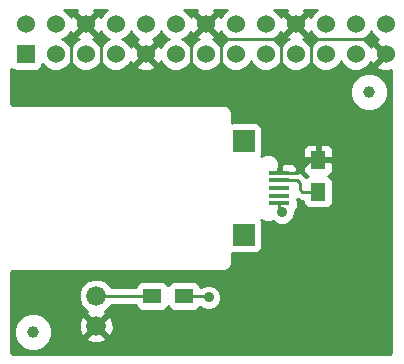
<source format=gbr>
G04 #@! TF.FileFunction,Copper,L2,Bot,Signal*
%FSLAX46Y46*%
G04 Gerber Fmt 4.6, Leading zero omitted, Abs format (unit mm)*
G04 Created by KiCad (PCBNEW 4.0.1-stable) date 7/11/2016 2:58:10 PM*
%MOMM*%
G01*
G04 APERTURE LIST*
%ADD10C,0.150000*%
%ADD11C,1.000000*%
%ADD12R,1.524000X1.524000*%
%ADD13C,1.524000*%
%ADD14C,1.676400*%
%ADD15R,1.300000X1.500000*%
%ADD16R,1.500000X1.300000*%
%ADD17R,1.800000X0.400000*%
%ADD18R,1.900000X1.900000*%
%ADD19C,0.889000*%
%ADD20C,0.254000*%
G04 APERTURE END LIST*
D10*
D11*
X30988000Y-7620000D03*
X2540000Y-27940000D03*
D12*
X1905000Y-4445000D03*
D13*
X1905000Y-1905000D03*
X4445000Y-4445000D03*
X4445000Y-1905000D03*
X6985000Y-4445000D03*
X6985000Y-1905000D03*
X9525000Y-4445000D03*
X9525000Y-1905000D03*
X12065000Y-4445000D03*
X12065000Y-1905000D03*
X14605000Y-4445000D03*
X14605000Y-1905000D03*
X17145000Y-4445000D03*
X17145000Y-1905000D03*
X19685000Y-4445000D03*
X19685000Y-1905000D03*
X22225000Y-4445000D03*
X22225000Y-1905000D03*
X24765000Y-4445000D03*
X24765000Y-1905000D03*
X27305000Y-4445000D03*
X27305000Y-1905000D03*
X29845000Y-4445000D03*
X29845000Y-1905000D03*
X32385000Y-4445000D03*
X32385000Y-1905000D03*
D14*
X7874000Y-24892000D03*
X7874000Y-27432000D03*
D15*
X26670000Y-16082000D03*
X26670000Y-13382000D03*
D16*
X15320000Y-24892000D03*
X12620000Y-24892000D03*
D17*
X23387000Y-17048000D03*
X23387000Y-16398000D03*
X23387000Y-15748000D03*
X23387000Y-15098000D03*
X23387000Y-14448000D03*
D18*
X20362000Y-19698000D03*
X20362000Y-11798000D03*
D19*
X23622000Y-17780000D03*
X17399000Y-25019000D03*
D20*
X23387000Y-17048000D02*
X23387000Y-17545000D01*
X23387000Y-17545000D02*
X23622000Y-17780000D01*
X23387000Y-17048000D02*
X23398000Y-17048000D01*
X23387000Y-14448000D02*
X24922000Y-14448000D01*
X25988000Y-13382000D02*
X26670000Y-13382000D01*
X24922000Y-14448000D02*
X25988000Y-13382000D01*
X23495000Y-3175000D02*
X18415000Y-3175000D01*
X31242000Y-3175000D02*
X26035000Y-3175000D01*
X8255000Y-5207000D02*
X8255000Y-3175000D01*
X8255000Y-3175000D02*
X6985000Y-1905000D01*
X26035000Y-5334000D02*
X26035000Y-3175000D01*
X26035000Y-3175000D02*
X24765000Y-1905000D01*
X18415000Y-5334000D02*
X18415000Y-3175000D01*
X18415000Y-3175000D02*
X17145000Y-1905000D01*
X5715000Y-5080000D02*
X5715000Y-3175000D01*
X5715000Y-3175000D02*
X6985000Y-1905000D01*
X23495000Y-5461000D02*
X23495000Y-3175000D01*
X23495000Y-3175000D02*
X24765000Y-1905000D01*
X15875000Y-5207000D02*
X15875000Y-3175000D01*
X15875000Y-3175000D02*
X17145000Y-1905000D01*
X7874000Y-24892000D02*
X12620000Y-24892000D01*
X23387000Y-15098000D02*
X24877000Y-15098000D01*
X25353000Y-16082000D02*
X26670000Y-16082000D01*
X25146000Y-15875000D02*
X25353000Y-16082000D01*
X25146000Y-15367000D02*
X25146000Y-15875000D01*
X24877000Y-15098000D02*
X25146000Y-15367000D01*
X17272000Y-24892000D02*
X15320000Y-24892000D01*
X17399000Y-25019000D02*
X17272000Y-24892000D01*
G36*
X31199990Y-2695303D02*
X31592630Y-3088629D01*
X31784727Y-3168395D01*
X31653857Y-3222603D01*
X31584392Y-3464787D01*
X32385000Y-4265395D01*
X32399143Y-4251253D01*
X32578748Y-4430858D01*
X32564605Y-4445000D01*
X32578748Y-4459143D01*
X32399143Y-4638748D01*
X32385000Y-4624605D01*
X31584392Y-5425213D01*
X31653857Y-5667397D01*
X32177302Y-5854144D01*
X32732368Y-5826362D01*
X32843000Y-5780537D01*
X32843000Y-29650533D01*
X32824740Y-29742332D01*
X32810958Y-29762957D01*
X32790331Y-29776740D01*
X32698533Y-29795000D01*
X829467Y-29795000D01*
X737668Y-29776740D01*
X717043Y-29762958D01*
X703260Y-29742331D01*
X685000Y-29650533D01*
X685000Y-28262211D01*
X912718Y-28262211D01*
X1159892Y-28860418D01*
X1617175Y-29318499D01*
X2214950Y-29566717D01*
X2862211Y-29567282D01*
X3460418Y-29320108D01*
X3918499Y-28862825D01*
X4082688Y-28467413D01*
X7018192Y-28467413D01*
X7097017Y-28717490D01*
X7648097Y-28916977D01*
X8233569Y-28890389D01*
X8650983Y-28717490D01*
X8729808Y-28467413D01*
X7874000Y-27611605D01*
X7018192Y-28467413D01*
X4082688Y-28467413D01*
X4166717Y-28265050D01*
X4167282Y-27617789D01*
X3997175Y-27206097D01*
X6389023Y-27206097D01*
X6415611Y-27791569D01*
X6588510Y-28208983D01*
X6838587Y-28287808D01*
X7694395Y-27432000D01*
X8053605Y-27432000D01*
X8909413Y-28287808D01*
X9159490Y-28208983D01*
X9358977Y-27657903D01*
X9332389Y-27072431D01*
X9159490Y-26655017D01*
X8909413Y-26576192D01*
X8053605Y-27432000D01*
X7694395Y-27432000D01*
X6838587Y-26576192D01*
X6588510Y-26655017D01*
X6389023Y-27206097D01*
X3997175Y-27206097D01*
X3920108Y-27019582D01*
X3462825Y-26561501D01*
X2865050Y-26313283D01*
X2217789Y-26312718D01*
X1619582Y-26559892D01*
X1161501Y-27017175D01*
X913283Y-27614950D01*
X912718Y-28262211D01*
X685000Y-28262211D01*
X685000Y-25183752D01*
X6400545Y-25183752D01*
X6624353Y-25725411D01*
X7038409Y-26140190D01*
X7091995Y-26162441D01*
X7018192Y-26396587D01*
X7874000Y-27252395D01*
X8729808Y-26396587D01*
X8656129Y-26162836D01*
X8707411Y-26141647D01*
X9122190Y-25727591D01*
X9152748Y-25654000D01*
X11243634Y-25654000D01*
X11266838Y-25777317D01*
X11405910Y-25993441D01*
X11618110Y-26138431D01*
X11870000Y-26189440D01*
X13370000Y-26189440D01*
X13605317Y-26145162D01*
X13821441Y-26006090D01*
X13966431Y-25793890D01*
X13969081Y-25780803D01*
X14105910Y-25993441D01*
X14318110Y-26138431D01*
X14570000Y-26189440D01*
X16070000Y-26189440D01*
X16305317Y-26145162D01*
X16521441Y-26006090D01*
X16658627Y-25805311D01*
X16786714Y-25933622D01*
X17183332Y-26098313D01*
X17612784Y-26098687D01*
X18009689Y-25934689D01*
X18313622Y-25631286D01*
X18478313Y-25234668D01*
X18478687Y-24805216D01*
X18314689Y-24408311D01*
X18011286Y-24104378D01*
X17614668Y-23939687D01*
X17185216Y-23939313D01*
X16788311Y-24103311D01*
X16761575Y-24130000D01*
X16696366Y-24130000D01*
X16673162Y-24006683D01*
X16534090Y-23790559D01*
X16321890Y-23645569D01*
X16070000Y-23594560D01*
X14570000Y-23594560D01*
X14334683Y-23638838D01*
X14118559Y-23777910D01*
X13973569Y-23990110D01*
X13970919Y-24003197D01*
X13834090Y-23790559D01*
X13621890Y-23645569D01*
X13370000Y-23594560D01*
X11870000Y-23594560D01*
X11634683Y-23638838D01*
X11418559Y-23777910D01*
X11273569Y-23990110D01*
X11245241Y-24130000D01*
X9153153Y-24130000D01*
X9123647Y-24058589D01*
X8709591Y-23643810D01*
X8168323Y-23419056D01*
X7582248Y-23418545D01*
X7040589Y-23642353D01*
X6625810Y-24056409D01*
X6401056Y-24597677D01*
X6400545Y-25183752D01*
X685000Y-25183752D01*
X685000Y-22927467D01*
X703260Y-22835669D01*
X717043Y-22815042D01*
X737668Y-22801260D01*
X829467Y-22783000D01*
X18669000Y-22783000D01*
X18931138Y-22730857D01*
X19153368Y-22582368D01*
X19301857Y-22360138D01*
X19354000Y-22098000D01*
X19354000Y-21283695D01*
X19412000Y-21295440D01*
X21312000Y-21295440D01*
X21547317Y-21251162D01*
X21763441Y-21112090D01*
X21908431Y-20899890D01*
X21959440Y-20648000D01*
X21959440Y-18748000D01*
X21915162Y-18512683D01*
X21870952Y-18443979D01*
X21945853Y-18519011D01*
X22280196Y-18657842D01*
X22642216Y-18658158D01*
X22876626Y-18561301D01*
X23009714Y-18694622D01*
X23406332Y-18859313D01*
X23835784Y-18859687D01*
X24232689Y-18695689D01*
X24536622Y-18392286D01*
X24701313Y-17995668D01*
X24701539Y-17735836D01*
X24738441Y-17712090D01*
X24883431Y-17499890D01*
X24934440Y-17248000D01*
X24934440Y-16848000D01*
X24910056Y-16718411D01*
X24916038Y-16688872D01*
X24933721Y-16700687D01*
X25061395Y-16785996D01*
X25353000Y-16844000D01*
X25374818Y-16844000D01*
X25416838Y-17067317D01*
X25555910Y-17283441D01*
X25768110Y-17428431D01*
X26020000Y-17479440D01*
X27320000Y-17479440D01*
X27555317Y-17435162D01*
X27771441Y-17296090D01*
X27916431Y-17083890D01*
X27967440Y-16832000D01*
X27967440Y-15332000D01*
X27923162Y-15096683D01*
X27784090Y-14880559D01*
X27571890Y-14735569D01*
X27538510Y-14728809D01*
X27679699Y-14670327D01*
X27858327Y-14491698D01*
X27955000Y-14258309D01*
X27955000Y-13667750D01*
X27796250Y-13509000D01*
X26797000Y-13509000D01*
X26797000Y-13529000D01*
X26543000Y-13529000D01*
X26543000Y-13509000D01*
X25543750Y-13509000D01*
X25385000Y-13667750D01*
X25385000Y-14258309D01*
X25481673Y-14491698D01*
X25660301Y-14670327D01*
X25796287Y-14726654D01*
X25784683Y-14728838D01*
X25663468Y-14806837D01*
X25415815Y-14559185D01*
X25168605Y-14394004D01*
X24922000Y-14344951D01*
X24922000Y-14320998D01*
X24790252Y-14320998D01*
X24922000Y-14189250D01*
X24922000Y-14121691D01*
X24825327Y-13888302D01*
X24646699Y-13709673D01*
X24413310Y-13613000D01*
X23672750Y-13613000D01*
X23514000Y-13771750D01*
X23514000Y-14250560D01*
X23260000Y-14250560D01*
X23260000Y-14199150D01*
X23371842Y-13929804D01*
X23372158Y-13567784D01*
X23233910Y-13233200D01*
X22978147Y-12976989D01*
X22643804Y-12838158D01*
X22281784Y-12837842D01*
X21947200Y-12976090D01*
X21876406Y-13046760D01*
X21908431Y-12999890D01*
X21959440Y-12748000D01*
X21959440Y-12505691D01*
X25385000Y-12505691D01*
X25385000Y-13096250D01*
X25543750Y-13255000D01*
X26543000Y-13255000D01*
X26543000Y-12155750D01*
X26797000Y-12155750D01*
X26797000Y-13255000D01*
X27796250Y-13255000D01*
X27955000Y-13096250D01*
X27955000Y-12505691D01*
X27858327Y-12272302D01*
X27679699Y-12093673D01*
X27446310Y-11997000D01*
X26955750Y-11997000D01*
X26797000Y-12155750D01*
X26543000Y-12155750D01*
X26384250Y-11997000D01*
X25893690Y-11997000D01*
X25660301Y-12093673D01*
X25481673Y-12272302D01*
X25385000Y-12505691D01*
X21959440Y-12505691D01*
X21959440Y-10848000D01*
X21915162Y-10612683D01*
X21776090Y-10396559D01*
X21563890Y-10251569D01*
X21312000Y-10200560D01*
X19412000Y-10200560D01*
X19354000Y-10211473D01*
X19354000Y-9398000D01*
X19301857Y-9135862D01*
X19153368Y-8913632D01*
X18931138Y-8765143D01*
X18669000Y-8713000D01*
X829467Y-8713000D01*
X737668Y-8694740D01*
X717043Y-8680958D01*
X703260Y-8660331D01*
X685000Y-8568533D01*
X685000Y-7942211D01*
X29360718Y-7942211D01*
X29607892Y-8540418D01*
X30065175Y-8998499D01*
X30662950Y-9246717D01*
X31310211Y-9247282D01*
X31908418Y-9000108D01*
X32366499Y-8542825D01*
X32614717Y-7945050D01*
X32615282Y-7297789D01*
X32368108Y-6699582D01*
X31910825Y-6241501D01*
X31313050Y-5993283D01*
X30665789Y-5992718D01*
X30067582Y-6239892D01*
X29609501Y-6697175D01*
X29361283Y-7294950D01*
X29360718Y-7942211D01*
X685000Y-7942211D01*
X685000Y-5662602D01*
X891110Y-5803431D01*
X1143000Y-5854440D01*
X2667000Y-5854440D01*
X2902317Y-5810162D01*
X3118441Y-5671090D01*
X3263431Y-5458890D01*
X3300492Y-5275876D01*
X3652630Y-5628629D01*
X4165900Y-5841757D01*
X4721661Y-5842242D01*
X5235303Y-5630010D01*
X5628629Y-5237370D01*
X5714949Y-5029488D01*
X5799990Y-5235303D01*
X6192630Y-5628629D01*
X6705900Y-5841757D01*
X7261661Y-5842242D01*
X7775303Y-5630010D01*
X8168629Y-5237370D01*
X8254949Y-5029488D01*
X8339990Y-5235303D01*
X8732630Y-5628629D01*
X9245900Y-5841757D01*
X9801661Y-5842242D01*
X10315303Y-5630010D01*
X10520457Y-5425213D01*
X11264392Y-5425213D01*
X11333857Y-5667397D01*
X11857302Y-5854144D01*
X12412368Y-5826362D01*
X12796143Y-5667397D01*
X12865608Y-5425213D01*
X12065000Y-4624605D01*
X11264392Y-5425213D01*
X10520457Y-5425213D01*
X10708629Y-5237370D01*
X10788395Y-5045273D01*
X10842603Y-5176143D01*
X11084787Y-5245608D01*
X11885395Y-4445000D01*
X11084787Y-3644392D01*
X10842603Y-3713857D01*
X10792491Y-3854318D01*
X10710010Y-3654697D01*
X10317370Y-3261371D01*
X10109488Y-3175051D01*
X10315303Y-3090010D01*
X10708629Y-2697370D01*
X10794949Y-2489488D01*
X10879990Y-2695303D01*
X11272630Y-3088629D01*
X11464727Y-3168395D01*
X11333857Y-3222603D01*
X11264392Y-3464787D01*
X12065000Y-4265395D01*
X12865608Y-3464787D01*
X12796143Y-3222603D01*
X12655682Y-3172491D01*
X12855303Y-3090010D01*
X13248629Y-2697370D01*
X13334949Y-2489488D01*
X13419990Y-2695303D01*
X13812630Y-3088629D01*
X14020512Y-3174949D01*
X13814697Y-3259990D01*
X13421371Y-3652630D01*
X13341605Y-3844727D01*
X13287397Y-3713857D01*
X13045213Y-3644392D01*
X12244605Y-4445000D01*
X13045213Y-5245608D01*
X13287397Y-5176143D01*
X13337509Y-5035682D01*
X13419990Y-5235303D01*
X13812630Y-5628629D01*
X14325900Y-5841757D01*
X14881661Y-5842242D01*
X15395303Y-5630010D01*
X15788629Y-5237370D01*
X15874949Y-5029488D01*
X15959990Y-5235303D01*
X16352630Y-5628629D01*
X16865900Y-5841757D01*
X17421661Y-5842242D01*
X17935303Y-5630010D01*
X18328629Y-5237370D01*
X18414949Y-5029488D01*
X18499990Y-5235303D01*
X18892630Y-5628629D01*
X19405900Y-5841757D01*
X19961661Y-5842242D01*
X20475303Y-5630010D01*
X20868629Y-5237370D01*
X20954949Y-5029488D01*
X21039990Y-5235303D01*
X21432630Y-5628629D01*
X21945900Y-5841757D01*
X22501661Y-5842242D01*
X23015303Y-5630010D01*
X23408629Y-5237370D01*
X23494949Y-5029488D01*
X23579990Y-5235303D01*
X23972630Y-5628629D01*
X24485900Y-5841757D01*
X25041661Y-5842242D01*
X25555303Y-5630010D01*
X25948629Y-5237370D01*
X26034949Y-5029488D01*
X26119990Y-5235303D01*
X26512630Y-5628629D01*
X27025900Y-5841757D01*
X27581661Y-5842242D01*
X28095303Y-5630010D01*
X28488629Y-5237370D01*
X28574949Y-5029488D01*
X28659990Y-5235303D01*
X29052630Y-5628629D01*
X29565900Y-5841757D01*
X30121661Y-5842242D01*
X30635303Y-5630010D01*
X31028629Y-5237370D01*
X31108395Y-5045273D01*
X31162603Y-5176143D01*
X31404787Y-5245608D01*
X32205395Y-4445000D01*
X31404787Y-3644392D01*
X31162603Y-3713857D01*
X31112491Y-3854318D01*
X31030010Y-3654697D01*
X30637370Y-3261371D01*
X30429488Y-3175051D01*
X30635303Y-3090010D01*
X31028629Y-2697370D01*
X31114949Y-2489488D01*
X31199990Y-2695303D01*
X31199990Y-2695303D01*
G37*
X31199990Y-2695303D02*
X31592630Y-3088629D01*
X31784727Y-3168395D01*
X31653857Y-3222603D01*
X31584392Y-3464787D01*
X32385000Y-4265395D01*
X32399143Y-4251253D01*
X32578748Y-4430858D01*
X32564605Y-4445000D01*
X32578748Y-4459143D01*
X32399143Y-4638748D01*
X32385000Y-4624605D01*
X31584392Y-5425213D01*
X31653857Y-5667397D01*
X32177302Y-5854144D01*
X32732368Y-5826362D01*
X32843000Y-5780537D01*
X32843000Y-29650533D01*
X32824740Y-29742332D01*
X32810958Y-29762957D01*
X32790331Y-29776740D01*
X32698533Y-29795000D01*
X829467Y-29795000D01*
X737668Y-29776740D01*
X717043Y-29762958D01*
X703260Y-29742331D01*
X685000Y-29650533D01*
X685000Y-28262211D01*
X912718Y-28262211D01*
X1159892Y-28860418D01*
X1617175Y-29318499D01*
X2214950Y-29566717D01*
X2862211Y-29567282D01*
X3460418Y-29320108D01*
X3918499Y-28862825D01*
X4082688Y-28467413D01*
X7018192Y-28467413D01*
X7097017Y-28717490D01*
X7648097Y-28916977D01*
X8233569Y-28890389D01*
X8650983Y-28717490D01*
X8729808Y-28467413D01*
X7874000Y-27611605D01*
X7018192Y-28467413D01*
X4082688Y-28467413D01*
X4166717Y-28265050D01*
X4167282Y-27617789D01*
X3997175Y-27206097D01*
X6389023Y-27206097D01*
X6415611Y-27791569D01*
X6588510Y-28208983D01*
X6838587Y-28287808D01*
X7694395Y-27432000D01*
X8053605Y-27432000D01*
X8909413Y-28287808D01*
X9159490Y-28208983D01*
X9358977Y-27657903D01*
X9332389Y-27072431D01*
X9159490Y-26655017D01*
X8909413Y-26576192D01*
X8053605Y-27432000D01*
X7694395Y-27432000D01*
X6838587Y-26576192D01*
X6588510Y-26655017D01*
X6389023Y-27206097D01*
X3997175Y-27206097D01*
X3920108Y-27019582D01*
X3462825Y-26561501D01*
X2865050Y-26313283D01*
X2217789Y-26312718D01*
X1619582Y-26559892D01*
X1161501Y-27017175D01*
X913283Y-27614950D01*
X912718Y-28262211D01*
X685000Y-28262211D01*
X685000Y-25183752D01*
X6400545Y-25183752D01*
X6624353Y-25725411D01*
X7038409Y-26140190D01*
X7091995Y-26162441D01*
X7018192Y-26396587D01*
X7874000Y-27252395D01*
X8729808Y-26396587D01*
X8656129Y-26162836D01*
X8707411Y-26141647D01*
X9122190Y-25727591D01*
X9152748Y-25654000D01*
X11243634Y-25654000D01*
X11266838Y-25777317D01*
X11405910Y-25993441D01*
X11618110Y-26138431D01*
X11870000Y-26189440D01*
X13370000Y-26189440D01*
X13605317Y-26145162D01*
X13821441Y-26006090D01*
X13966431Y-25793890D01*
X13969081Y-25780803D01*
X14105910Y-25993441D01*
X14318110Y-26138431D01*
X14570000Y-26189440D01*
X16070000Y-26189440D01*
X16305317Y-26145162D01*
X16521441Y-26006090D01*
X16658627Y-25805311D01*
X16786714Y-25933622D01*
X17183332Y-26098313D01*
X17612784Y-26098687D01*
X18009689Y-25934689D01*
X18313622Y-25631286D01*
X18478313Y-25234668D01*
X18478687Y-24805216D01*
X18314689Y-24408311D01*
X18011286Y-24104378D01*
X17614668Y-23939687D01*
X17185216Y-23939313D01*
X16788311Y-24103311D01*
X16761575Y-24130000D01*
X16696366Y-24130000D01*
X16673162Y-24006683D01*
X16534090Y-23790559D01*
X16321890Y-23645569D01*
X16070000Y-23594560D01*
X14570000Y-23594560D01*
X14334683Y-23638838D01*
X14118559Y-23777910D01*
X13973569Y-23990110D01*
X13970919Y-24003197D01*
X13834090Y-23790559D01*
X13621890Y-23645569D01*
X13370000Y-23594560D01*
X11870000Y-23594560D01*
X11634683Y-23638838D01*
X11418559Y-23777910D01*
X11273569Y-23990110D01*
X11245241Y-24130000D01*
X9153153Y-24130000D01*
X9123647Y-24058589D01*
X8709591Y-23643810D01*
X8168323Y-23419056D01*
X7582248Y-23418545D01*
X7040589Y-23642353D01*
X6625810Y-24056409D01*
X6401056Y-24597677D01*
X6400545Y-25183752D01*
X685000Y-25183752D01*
X685000Y-22927467D01*
X703260Y-22835669D01*
X717043Y-22815042D01*
X737668Y-22801260D01*
X829467Y-22783000D01*
X18669000Y-22783000D01*
X18931138Y-22730857D01*
X19153368Y-22582368D01*
X19301857Y-22360138D01*
X19354000Y-22098000D01*
X19354000Y-21283695D01*
X19412000Y-21295440D01*
X21312000Y-21295440D01*
X21547317Y-21251162D01*
X21763441Y-21112090D01*
X21908431Y-20899890D01*
X21959440Y-20648000D01*
X21959440Y-18748000D01*
X21915162Y-18512683D01*
X21870952Y-18443979D01*
X21945853Y-18519011D01*
X22280196Y-18657842D01*
X22642216Y-18658158D01*
X22876626Y-18561301D01*
X23009714Y-18694622D01*
X23406332Y-18859313D01*
X23835784Y-18859687D01*
X24232689Y-18695689D01*
X24536622Y-18392286D01*
X24701313Y-17995668D01*
X24701539Y-17735836D01*
X24738441Y-17712090D01*
X24883431Y-17499890D01*
X24934440Y-17248000D01*
X24934440Y-16848000D01*
X24910056Y-16718411D01*
X24916038Y-16688872D01*
X24933721Y-16700687D01*
X25061395Y-16785996D01*
X25353000Y-16844000D01*
X25374818Y-16844000D01*
X25416838Y-17067317D01*
X25555910Y-17283441D01*
X25768110Y-17428431D01*
X26020000Y-17479440D01*
X27320000Y-17479440D01*
X27555317Y-17435162D01*
X27771441Y-17296090D01*
X27916431Y-17083890D01*
X27967440Y-16832000D01*
X27967440Y-15332000D01*
X27923162Y-15096683D01*
X27784090Y-14880559D01*
X27571890Y-14735569D01*
X27538510Y-14728809D01*
X27679699Y-14670327D01*
X27858327Y-14491698D01*
X27955000Y-14258309D01*
X27955000Y-13667750D01*
X27796250Y-13509000D01*
X26797000Y-13509000D01*
X26797000Y-13529000D01*
X26543000Y-13529000D01*
X26543000Y-13509000D01*
X25543750Y-13509000D01*
X25385000Y-13667750D01*
X25385000Y-14258309D01*
X25481673Y-14491698D01*
X25660301Y-14670327D01*
X25796287Y-14726654D01*
X25784683Y-14728838D01*
X25663468Y-14806837D01*
X25415815Y-14559185D01*
X25168605Y-14394004D01*
X24922000Y-14344951D01*
X24922000Y-14320998D01*
X24790252Y-14320998D01*
X24922000Y-14189250D01*
X24922000Y-14121691D01*
X24825327Y-13888302D01*
X24646699Y-13709673D01*
X24413310Y-13613000D01*
X23672750Y-13613000D01*
X23514000Y-13771750D01*
X23514000Y-14250560D01*
X23260000Y-14250560D01*
X23260000Y-14199150D01*
X23371842Y-13929804D01*
X23372158Y-13567784D01*
X23233910Y-13233200D01*
X22978147Y-12976989D01*
X22643804Y-12838158D01*
X22281784Y-12837842D01*
X21947200Y-12976090D01*
X21876406Y-13046760D01*
X21908431Y-12999890D01*
X21959440Y-12748000D01*
X21959440Y-12505691D01*
X25385000Y-12505691D01*
X25385000Y-13096250D01*
X25543750Y-13255000D01*
X26543000Y-13255000D01*
X26543000Y-12155750D01*
X26797000Y-12155750D01*
X26797000Y-13255000D01*
X27796250Y-13255000D01*
X27955000Y-13096250D01*
X27955000Y-12505691D01*
X27858327Y-12272302D01*
X27679699Y-12093673D01*
X27446310Y-11997000D01*
X26955750Y-11997000D01*
X26797000Y-12155750D01*
X26543000Y-12155750D01*
X26384250Y-11997000D01*
X25893690Y-11997000D01*
X25660301Y-12093673D01*
X25481673Y-12272302D01*
X25385000Y-12505691D01*
X21959440Y-12505691D01*
X21959440Y-10848000D01*
X21915162Y-10612683D01*
X21776090Y-10396559D01*
X21563890Y-10251569D01*
X21312000Y-10200560D01*
X19412000Y-10200560D01*
X19354000Y-10211473D01*
X19354000Y-9398000D01*
X19301857Y-9135862D01*
X19153368Y-8913632D01*
X18931138Y-8765143D01*
X18669000Y-8713000D01*
X829467Y-8713000D01*
X737668Y-8694740D01*
X717043Y-8680958D01*
X703260Y-8660331D01*
X685000Y-8568533D01*
X685000Y-7942211D01*
X29360718Y-7942211D01*
X29607892Y-8540418D01*
X30065175Y-8998499D01*
X30662950Y-9246717D01*
X31310211Y-9247282D01*
X31908418Y-9000108D01*
X32366499Y-8542825D01*
X32614717Y-7945050D01*
X32615282Y-7297789D01*
X32368108Y-6699582D01*
X31910825Y-6241501D01*
X31313050Y-5993283D01*
X30665789Y-5992718D01*
X30067582Y-6239892D01*
X29609501Y-6697175D01*
X29361283Y-7294950D01*
X29360718Y-7942211D01*
X685000Y-7942211D01*
X685000Y-5662602D01*
X891110Y-5803431D01*
X1143000Y-5854440D01*
X2667000Y-5854440D01*
X2902317Y-5810162D01*
X3118441Y-5671090D01*
X3263431Y-5458890D01*
X3300492Y-5275876D01*
X3652630Y-5628629D01*
X4165900Y-5841757D01*
X4721661Y-5842242D01*
X5235303Y-5630010D01*
X5628629Y-5237370D01*
X5714949Y-5029488D01*
X5799990Y-5235303D01*
X6192630Y-5628629D01*
X6705900Y-5841757D01*
X7261661Y-5842242D01*
X7775303Y-5630010D01*
X8168629Y-5237370D01*
X8254949Y-5029488D01*
X8339990Y-5235303D01*
X8732630Y-5628629D01*
X9245900Y-5841757D01*
X9801661Y-5842242D01*
X10315303Y-5630010D01*
X10520457Y-5425213D01*
X11264392Y-5425213D01*
X11333857Y-5667397D01*
X11857302Y-5854144D01*
X12412368Y-5826362D01*
X12796143Y-5667397D01*
X12865608Y-5425213D01*
X12065000Y-4624605D01*
X11264392Y-5425213D01*
X10520457Y-5425213D01*
X10708629Y-5237370D01*
X10788395Y-5045273D01*
X10842603Y-5176143D01*
X11084787Y-5245608D01*
X11885395Y-4445000D01*
X11084787Y-3644392D01*
X10842603Y-3713857D01*
X10792491Y-3854318D01*
X10710010Y-3654697D01*
X10317370Y-3261371D01*
X10109488Y-3175051D01*
X10315303Y-3090010D01*
X10708629Y-2697370D01*
X10794949Y-2489488D01*
X10879990Y-2695303D01*
X11272630Y-3088629D01*
X11464727Y-3168395D01*
X11333857Y-3222603D01*
X11264392Y-3464787D01*
X12065000Y-4265395D01*
X12865608Y-3464787D01*
X12796143Y-3222603D01*
X12655682Y-3172491D01*
X12855303Y-3090010D01*
X13248629Y-2697370D01*
X13334949Y-2489488D01*
X13419990Y-2695303D01*
X13812630Y-3088629D01*
X14020512Y-3174949D01*
X13814697Y-3259990D01*
X13421371Y-3652630D01*
X13341605Y-3844727D01*
X13287397Y-3713857D01*
X13045213Y-3644392D01*
X12244605Y-4445000D01*
X13045213Y-5245608D01*
X13287397Y-5176143D01*
X13337509Y-5035682D01*
X13419990Y-5235303D01*
X13812630Y-5628629D01*
X14325900Y-5841757D01*
X14881661Y-5842242D01*
X15395303Y-5630010D01*
X15788629Y-5237370D01*
X15874949Y-5029488D01*
X15959990Y-5235303D01*
X16352630Y-5628629D01*
X16865900Y-5841757D01*
X17421661Y-5842242D01*
X17935303Y-5630010D01*
X18328629Y-5237370D01*
X18414949Y-5029488D01*
X18499990Y-5235303D01*
X18892630Y-5628629D01*
X19405900Y-5841757D01*
X19961661Y-5842242D01*
X20475303Y-5630010D01*
X20868629Y-5237370D01*
X20954949Y-5029488D01*
X21039990Y-5235303D01*
X21432630Y-5628629D01*
X21945900Y-5841757D01*
X22501661Y-5842242D01*
X23015303Y-5630010D01*
X23408629Y-5237370D01*
X23494949Y-5029488D01*
X23579990Y-5235303D01*
X23972630Y-5628629D01*
X24485900Y-5841757D01*
X25041661Y-5842242D01*
X25555303Y-5630010D01*
X25948629Y-5237370D01*
X26034949Y-5029488D01*
X26119990Y-5235303D01*
X26512630Y-5628629D01*
X27025900Y-5841757D01*
X27581661Y-5842242D01*
X28095303Y-5630010D01*
X28488629Y-5237370D01*
X28574949Y-5029488D01*
X28659990Y-5235303D01*
X29052630Y-5628629D01*
X29565900Y-5841757D01*
X30121661Y-5842242D01*
X30635303Y-5630010D01*
X31028629Y-5237370D01*
X31108395Y-5045273D01*
X31162603Y-5176143D01*
X31404787Y-5245608D01*
X32205395Y-4445000D01*
X31404787Y-3644392D01*
X31162603Y-3713857D01*
X31112491Y-3854318D01*
X31030010Y-3654697D01*
X30637370Y-3261371D01*
X30429488Y-3175051D01*
X30635303Y-3090010D01*
X31028629Y-2697370D01*
X31114949Y-2489488D01*
X31199990Y-2695303D01*
G36*
X6184392Y-924787D02*
X6985000Y-1725395D01*
X7785608Y-924787D01*
X7716831Y-685000D01*
X8819379Y-685000D01*
X8734697Y-719990D01*
X8341371Y-1112630D01*
X8261605Y-1304727D01*
X8207397Y-1173857D01*
X7965213Y-1104392D01*
X7164605Y-1905000D01*
X7965213Y-2705608D01*
X8207397Y-2636143D01*
X8257509Y-2495682D01*
X8339990Y-2695303D01*
X8732630Y-3088629D01*
X8940512Y-3174949D01*
X8734697Y-3259990D01*
X8341371Y-3652630D01*
X8255051Y-3860512D01*
X8170010Y-3654697D01*
X7777370Y-3261371D01*
X7585273Y-3181605D01*
X7716143Y-3127397D01*
X7785608Y-2885213D01*
X6985000Y-2084605D01*
X6184392Y-2885213D01*
X6253857Y-3127397D01*
X6394318Y-3177509D01*
X6194697Y-3259990D01*
X5801371Y-3652630D01*
X5715051Y-3860512D01*
X5630010Y-3654697D01*
X5237370Y-3261371D01*
X5029488Y-3175051D01*
X5235303Y-3090010D01*
X5628629Y-2697370D01*
X5708395Y-2505273D01*
X5762603Y-2636143D01*
X6004787Y-2705608D01*
X6805395Y-1905000D01*
X6004787Y-1104392D01*
X5762603Y-1173857D01*
X5712491Y-1314318D01*
X5630010Y-1114697D01*
X5237370Y-721371D01*
X5149779Y-685000D01*
X6253169Y-685000D01*
X6184392Y-924787D01*
X6184392Y-924787D01*
G37*
X6184392Y-924787D02*
X6985000Y-1725395D01*
X7785608Y-924787D01*
X7716831Y-685000D01*
X8819379Y-685000D01*
X8734697Y-719990D01*
X8341371Y-1112630D01*
X8261605Y-1304727D01*
X8207397Y-1173857D01*
X7965213Y-1104392D01*
X7164605Y-1905000D01*
X7965213Y-2705608D01*
X8207397Y-2636143D01*
X8257509Y-2495682D01*
X8339990Y-2695303D01*
X8732630Y-3088629D01*
X8940512Y-3174949D01*
X8734697Y-3259990D01*
X8341371Y-3652630D01*
X8255051Y-3860512D01*
X8170010Y-3654697D01*
X7777370Y-3261371D01*
X7585273Y-3181605D01*
X7716143Y-3127397D01*
X7785608Y-2885213D01*
X6985000Y-2084605D01*
X6184392Y-2885213D01*
X6253857Y-3127397D01*
X6394318Y-3177509D01*
X6194697Y-3259990D01*
X5801371Y-3652630D01*
X5715051Y-3860512D01*
X5630010Y-3654697D01*
X5237370Y-3261371D01*
X5029488Y-3175051D01*
X5235303Y-3090010D01*
X5628629Y-2697370D01*
X5708395Y-2505273D01*
X5762603Y-2636143D01*
X6004787Y-2705608D01*
X6805395Y-1905000D01*
X6004787Y-1104392D01*
X5762603Y-1173857D01*
X5712491Y-1314318D01*
X5630010Y-1114697D01*
X5237370Y-721371D01*
X5149779Y-685000D01*
X6253169Y-685000D01*
X6184392Y-924787D01*
G36*
X23964392Y-924787D02*
X24765000Y-1725395D01*
X25565608Y-924787D01*
X25496831Y-685000D01*
X26599379Y-685000D01*
X26514697Y-719990D01*
X26121371Y-1112630D01*
X26041605Y-1304727D01*
X25987397Y-1173857D01*
X25745213Y-1104392D01*
X24944605Y-1905000D01*
X25745213Y-2705608D01*
X25987397Y-2636143D01*
X26037509Y-2495682D01*
X26119990Y-2695303D01*
X26512630Y-3088629D01*
X26720512Y-3174949D01*
X26514697Y-3259990D01*
X26121371Y-3652630D01*
X26035051Y-3860512D01*
X25950010Y-3654697D01*
X25557370Y-3261371D01*
X25365273Y-3181605D01*
X25496143Y-3127397D01*
X25565608Y-2885213D01*
X24765000Y-2084605D01*
X23964392Y-2885213D01*
X24033857Y-3127397D01*
X24174318Y-3177509D01*
X23974697Y-3259990D01*
X23581371Y-3652630D01*
X23495051Y-3860512D01*
X23410010Y-3654697D01*
X23017370Y-3261371D01*
X22809488Y-3175051D01*
X23015303Y-3090010D01*
X23408629Y-2697370D01*
X23488395Y-2505273D01*
X23542603Y-2636143D01*
X23784787Y-2705608D01*
X24585395Y-1905000D01*
X23784787Y-1104392D01*
X23542603Y-1173857D01*
X23492491Y-1314318D01*
X23410010Y-1114697D01*
X23017370Y-721371D01*
X22929779Y-685000D01*
X24033169Y-685000D01*
X23964392Y-924787D01*
X23964392Y-924787D01*
G37*
X23964392Y-924787D02*
X24765000Y-1725395D01*
X25565608Y-924787D01*
X25496831Y-685000D01*
X26599379Y-685000D01*
X26514697Y-719990D01*
X26121371Y-1112630D01*
X26041605Y-1304727D01*
X25987397Y-1173857D01*
X25745213Y-1104392D01*
X24944605Y-1905000D01*
X25745213Y-2705608D01*
X25987397Y-2636143D01*
X26037509Y-2495682D01*
X26119990Y-2695303D01*
X26512630Y-3088629D01*
X26720512Y-3174949D01*
X26514697Y-3259990D01*
X26121371Y-3652630D01*
X26035051Y-3860512D01*
X25950010Y-3654697D01*
X25557370Y-3261371D01*
X25365273Y-3181605D01*
X25496143Y-3127397D01*
X25565608Y-2885213D01*
X24765000Y-2084605D01*
X23964392Y-2885213D01*
X24033857Y-3127397D01*
X24174318Y-3177509D01*
X23974697Y-3259990D01*
X23581371Y-3652630D01*
X23495051Y-3860512D01*
X23410010Y-3654697D01*
X23017370Y-3261371D01*
X22809488Y-3175051D01*
X23015303Y-3090010D01*
X23408629Y-2697370D01*
X23488395Y-2505273D01*
X23542603Y-2636143D01*
X23784787Y-2705608D01*
X24585395Y-1905000D01*
X23784787Y-1104392D01*
X23542603Y-1173857D01*
X23492491Y-1314318D01*
X23410010Y-1114697D01*
X23017370Y-721371D01*
X22929779Y-685000D01*
X24033169Y-685000D01*
X23964392Y-924787D01*
G36*
X16344392Y-924787D02*
X17145000Y-1725395D01*
X17945608Y-924787D01*
X17876831Y-685000D01*
X18979379Y-685000D01*
X18894697Y-719990D01*
X18501371Y-1112630D01*
X18421605Y-1304727D01*
X18367397Y-1173857D01*
X18125213Y-1104392D01*
X17324605Y-1905000D01*
X18125213Y-2705608D01*
X18367397Y-2636143D01*
X18417509Y-2495682D01*
X18499990Y-2695303D01*
X18892630Y-3088629D01*
X19100512Y-3174949D01*
X18894697Y-3259990D01*
X18501371Y-3652630D01*
X18415051Y-3860512D01*
X18330010Y-3654697D01*
X17937370Y-3261371D01*
X17745273Y-3181605D01*
X17876143Y-3127397D01*
X17945608Y-2885213D01*
X17145000Y-2084605D01*
X16344392Y-2885213D01*
X16413857Y-3127397D01*
X16554318Y-3177509D01*
X16354697Y-3259990D01*
X15961371Y-3652630D01*
X15875051Y-3860512D01*
X15790010Y-3654697D01*
X15397370Y-3261371D01*
X15189488Y-3175051D01*
X15395303Y-3090010D01*
X15788629Y-2697370D01*
X15868395Y-2505273D01*
X15922603Y-2636143D01*
X16164787Y-2705608D01*
X16965395Y-1905000D01*
X16164787Y-1104392D01*
X15922603Y-1173857D01*
X15872491Y-1314318D01*
X15790010Y-1114697D01*
X15397370Y-721371D01*
X15309779Y-685000D01*
X16413169Y-685000D01*
X16344392Y-924787D01*
X16344392Y-924787D01*
G37*
X16344392Y-924787D02*
X17145000Y-1725395D01*
X17945608Y-924787D01*
X17876831Y-685000D01*
X18979379Y-685000D01*
X18894697Y-719990D01*
X18501371Y-1112630D01*
X18421605Y-1304727D01*
X18367397Y-1173857D01*
X18125213Y-1104392D01*
X17324605Y-1905000D01*
X18125213Y-2705608D01*
X18367397Y-2636143D01*
X18417509Y-2495682D01*
X18499990Y-2695303D01*
X18892630Y-3088629D01*
X19100512Y-3174949D01*
X18894697Y-3259990D01*
X18501371Y-3652630D01*
X18415051Y-3860512D01*
X18330010Y-3654697D01*
X17937370Y-3261371D01*
X17745273Y-3181605D01*
X17876143Y-3127397D01*
X17945608Y-2885213D01*
X17145000Y-2084605D01*
X16344392Y-2885213D01*
X16413857Y-3127397D01*
X16554318Y-3177509D01*
X16354697Y-3259990D01*
X15961371Y-3652630D01*
X15875051Y-3860512D01*
X15790010Y-3654697D01*
X15397370Y-3261371D01*
X15189488Y-3175051D01*
X15395303Y-3090010D01*
X15788629Y-2697370D01*
X15868395Y-2505273D01*
X15922603Y-2636143D01*
X16164787Y-2705608D01*
X16965395Y-1905000D01*
X16164787Y-1104392D01*
X15922603Y-1173857D01*
X15872491Y-1314318D01*
X15790010Y-1114697D01*
X15397370Y-721371D01*
X15309779Y-685000D01*
X16413169Y-685000D01*
X16344392Y-924787D01*
M02*

</source>
